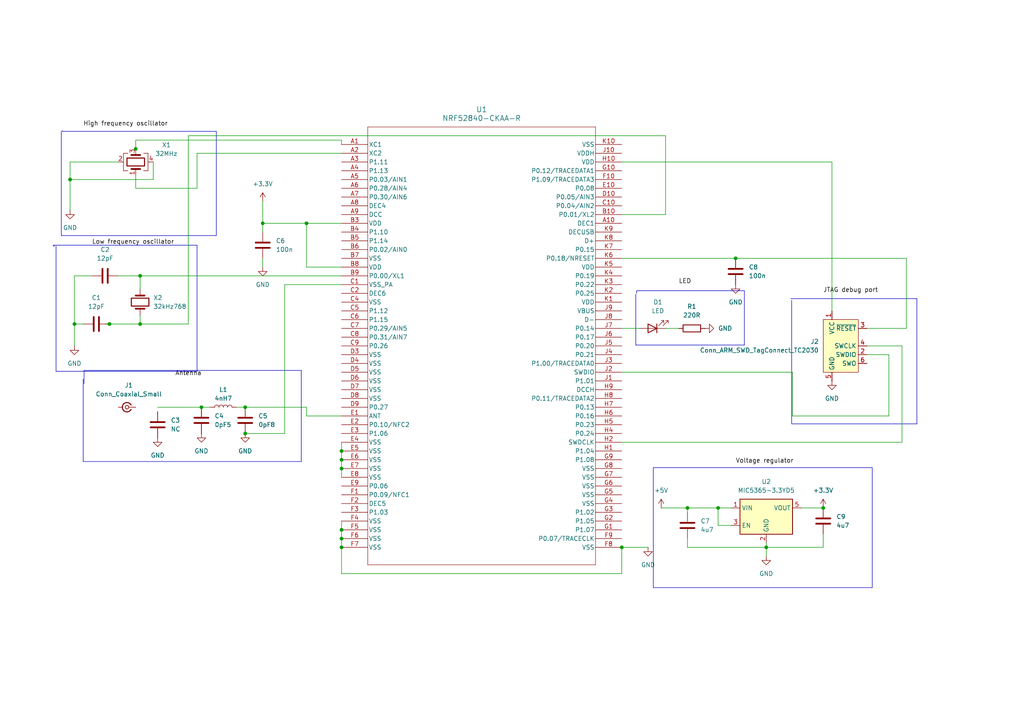
<source format=kicad_sch>
(kicad_sch (version 20231120) (generator "eeschema") (generator_version "8.0")
  (paper "A4")
  (title_block (date "2024-10-12"))
  (lib_symbols
    (symbol "Connector:Conn_ARM_SWD_TagConnect_TC2030" (in_bom no)
      (property "Reference" "J" (at 2.54 11.43 0))
      (property "Value" "Conn_ARM_SWD_TagConnect_TC2030" (at 5.08 8.89 0))
      (symbol "Conn_ARM_SWD_TagConnect_TC2030_0_0"
        (pin power_in line (at -2.54 10.16 270) (length 2.54) (name "VCC") (number "1"))
        (pin bidirectional line (at 7.62 -2.54 180) (length 2.54) (name "SWDIO") (number "2"))
        (pin open_collector line (at 7.62 5.08 180) (length 2.54) (name "~{RESET}") (number "3"))
        (pin output line (at 7.62 0 180) (length 2.54) (name "SWCLK") (number "4"))
        (pin power_in line (at -2.54 -10.16 90) (length 2.54) (name "GND") (number "5"))
        (pin input line (at 7.62 -5.08 180) (length 2.54) (name "SWO") (number "6"))
      )
      (symbol "Conn_ARM_SWD_TagConnect_TC2030_0_1"
        (rectangle (start -5.08 7.62) (end 5.08 -7.62) (fill (type background)))
      )
    )
    (symbol "Connector:Conn_Coaxial_Small" (pin_numbers hide) (pin_names (offset 1.016) hide)
      (property "Reference" "J" (at 0.254 3.048 0))
      (property "Value" "Conn_Coaxial_Small" (at 0 -3.81 0))
      (symbol "Conn_Coaxial_Small_0_1"
        (polyline (pts (xy -2.54 0) (xy -0.508 0)))
        (circle (center 0 0) (radius 0.508) (stroke (width 0.2032)))
      )
      (symbol "Conn_Coaxial_Small_1_1"
        (arc (start -1.1916 -0.6311) (mid 0.327 -1.3081) (end 1.3484 0.0039) (stroke (width 0.3048)))
        (arc (start 1.3484 -0.0039) (mid 0.327 1.3081) (end -1.1916 0.6311) (stroke (width 0.3048)))
        (pin passive line (at -2.54 0 0) (length 1.27) (name "In") (number "1"))
        (pin passive line (at 2.54 0 180) (length 1.27) (name "Ext") (number "2"))
      )
    )
    (symbol "Device:C" (pin_numbers hide) (pin_names (offset 0.254))
      (property "Reference" "C" (at 0.635 2.54 0))
      (property "Value" "C" (at 0.635 -2.54 0))
      (symbol "C_0_1"
        (polyline (pts (xy -2.032 -0.762) (xy 2.032 -0.762)) (stroke (width 0.508)))
        (polyline (pts (xy -2.032 0.762) (xy 2.032 0.762)) (stroke (width 0.508)))
      )
      (symbol "C_1_1"
        (pin passive line (at 0 3.81 270) (length 2.794) (name "~") (number "1"))
        (pin passive line (at 0 -3.81 90) (length 2.794) (name "~") (number "2"))
      )
    )
    (symbol "Device:Crystal" (pin_numbers hide) (pin_names (offset 1.016) hide)
      (property "Reference" "Y" (at 0 3.81 0))
      (property "Value" "Crystal" (at 0 -3.81 0))
      (symbol "Crystal_0_1"
        (rectangle (start -1.143 2.54) (end 1.143 -2.54) (stroke (width 0.3048)))
        (polyline (pts (xy -2.54 0) (xy -1.905 0)))
        (polyline (pts (xy -1.905 -1.27) (xy -1.905 1.27)) (stroke (width 0.508)))
        (polyline (pts (xy 1.905 -1.27) (xy 1.905 1.27)) (stroke (width 0.508)))
        (polyline (pts (xy 2.54 0) (xy 1.905 0)))
      )
      (symbol "Crystal_1_1"
        (pin passive line (at -3.81 0 0) (length 1.27) (name "1") (number "1"))
        (pin passive line (at 3.81 0 180) (length 1.27) (name "2") (number "2"))
      )
    )
    (symbol "Device:Crystal_GND24" (pin_names (offset 1.016) hide)
      (property "Reference" "Y" (at 3.175 5.08 0))
      (property "Value" "Crystal_GND24" (at 3.175 3.175 0))
      (symbol "Crystal_GND24_0_1"
        (rectangle (start -1.143 2.54) (end 1.143 -2.54) (stroke (width 0.3048)))
        (polyline (pts (xy -2.54 0) (xy -2.032 0)))
        (polyline (pts (xy -2.032 -1.27) (xy -2.032 1.27)) (stroke (width 0.508)))
        (polyline (pts (xy 0 -3.81) (xy 0 -3.556)))
        (polyline (pts (xy 0 3.556) (xy 0 3.81)))
        (polyline (pts (xy 2.032 -1.27) (xy 2.032 1.27)) (stroke (width 0.508)))
        (polyline (pts (xy 2.032 0) (xy 2.54 0)))
        (polyline (pts (xy -2.54 -2.286) (xy -2.54 -3.556) (xy 2.54 -3.556) (xy 2.54 -2.286)))
        (polyline (pts (xy -2.54 2.286) (xy -2.54 3.556) (xy 2.54 3.556) (xy 2.54 2.286)))
      )
      (symbol "Crystal_GND24_1_1"
        (pin passive line (at -3.81 0 0) (length 1.27) (name "1") (number "1"))
        (pin passive line (at 0 5.08 270) (length 1.27) (name "2") (number "2"))
        (pin passive line (at 3.81 0 180) (length 1.27) (name "3") (number "3"))
        (pin passive line (at 0 -5.08 90) (length 1.27) (name "4") (number "4"))
      )
    )
    (symbol "Device:L" (pin_numbers hide) (pin_names (offset 1.016) hide)
      (property "Reference" "L" (at -1.27 0 90))
      (property "Value" "L" (at 1.905 0 90))
      (symbol "L_0_1"
        (arc (start 0 -2.54) (mid 0.6323 -1.905) (end 0 -1.27))
        (arc (start 0 -1.27) (mid 0.6323 -0.635) (end 0 0))
        (arc (start 0 0) (mid 0.6323 0.635) (end 0 1.27))
        (arc (start 0 1.27) (mid 0.6323 1.905) (end 0 2.54))
      )
      (symbol "L_1_1"
        (pin passive line (at 0 3.81 270) (length 1.27) (name "1") (number "1"))
        (pin passive line (at 0 -3.81 90) (length 1.27) (name "2") (number "2"))
      )
    )
    (symbol "Device:LED" (pin_numbers hide) (pin_names (offset 1.016) hide)
      (property "Reference" "D" (at 0 2.54 0))
      (property "Value" "LED" (at 0 -2.54 0))
      (symbol "LED_0_1"
        (polyline (pts (xy -1.27 -1.27) (xy -1.27 1.27)) (stroke (width 0.254)))
        (polyline (pts (xy -1.27 0) (xy 1.27 0)))
        (polyline (pts (xy 1.27 -1.27) (xy 1.27 1.27) (xy -1.27 0) (xy 1.27 -1.27)) (stroke (width 0.254)))
        (polyline (pts (xy -3.048 -0.762) (xy -4.572 -2.286) (xy -3.81 -2.286) (xy -4.572 -2.286) (xy -4.572 -1.524)))
        (polyline (pts (xy -1.778 -0.762) (xy -3.302 -2.286) (xy -2.54 -2.286) (xy -3.302 -2.286) (xy -3.302 -1.524)))
      )
      (symbol "LED_1_1"
        (pin passive line (at -3.81 0 0) (length 2.54) (name "K") (number "1"))
        (pin passive line (at 3.81 0 180) (length 2.54) (name "A") (number "2"))
      )
    )
    (symbol "Device:R" (pin_numbers hide) (pin_names (offset 0))
      (property "Reference" "R" (at 2.032 0 90))
      (property "Value" "R" (at 0 0 90))
      (symbol "R_0_1"
        (rectangle (start -1.016 -2.54) (end 1.016 2.54) (stroke (width 0.254)))
      )
      (symbol "R_1_1"
        (pin passive line (at 0 3.81 270) (length 1.27) (name "~") (number "1"))
        (pin passive line (at 0 -3.81 90) (length 1.27) (name "~") (number "2"))
      )
    )
    (symbol "NRF52840-CKAA-R:NRF52840-CKAA-R" (pin_names (offset 0.254))
      (property "Reference" "U" (at 40.64 10.16 0))
      (property "Value" "NRF52840-CKAA-R" (at 40.64 7.62 0))
      (symbol "NRF52840-CKAA-R_0_1"
        (polyline (pts (xy 7.62 -121.92) (xy 73.66 -121.92)) (stroke (width 0.127)))
        (polyline (pts (xy 7.62 5.08) (xy 7.62 -121.92)) (stroke (width 0.127)))
        (polyline (pts (xy 73.66 -121.92) (xy 73.66 5.08)) (stroke (width 0.127)))
        (polyline (pts (xy 73.66 5.08) (xy 7.62 5.08)) (stroke (width 0.127)))
        (pin input line (at 0 0 0) (length 7.62) (name "XC1") (number "A1"))
        (pin power_in line (at 81.28 -22.86 180) (length 7.62) (name "DEC1") (number "A10"))
        (pin input line (at 0 -2.54 0) (length 7.62) (name "XC2") (number "A2"))
        (pin bidirectional line (at 0 -5.08 0) (length 7.62) (name "P1.11") (number "A3"))
        (pin bidirectional line (at 0 -7.62 0) (length 7.62) (name "P1.13") (number "A4"))
        (pin bidirectional line (at 0 -10.16 0) (length 7.62) (name "P0.03/AIN1") (number "A5"))
        (pin bidirectional line (at 0 -12.7 0) (length 7.62) (name "P0.28/AIN4") (number "A6"))
        (pin bidirectional line (at 0 -15.24 0) (length 7.62) (name "P0.30/AIN6") (number "A7"))
        (pin power_in line (at 0 -17.78 0) (length 7.62) (name "DEC4") (number "A8"))
        (pin power_in line (at 0 -20.32 0) (length 7.62) (name "DCC") (number "A9"))
        (pin bidirectional line (at 81.28 -20.32 180) (length 7.62) (name "P0.01/XL2") (number "B10"))
        (pin power_in line (at 0 -22.86 0) (length 7.62) (name "VDD") (number "B3"))
        (pin bidirectional line (at 0 -25.4 0) (length 7.62) (name "P1.10") (number "B4"))
        (pin bidirectional line (at 0 -27.94 0) (length 7.62) (name "P1.14") (number "B5"))
        (pin bidirectional line (at 0 -30.48 0) (length 7.62) (name "P0.02/AIN0") (number "B6"))
        (pin power_in line (at 0 -33.02 0) (length 7.62) (name "VSS") (number "B7"))
        (pin power_in line (at 0 -35.56 0) (length 7.62) (name "VDD") (number "B8"))
        (pin bidirectional line (at 0 -38.1 0) (length 7.62) (name "P0.00/XL1") (number "B9"))
        (pin power_in line (at 0 -40.64 0) (length 7.62) (name "VSS_PA") (number "C1"))
        (pin bidirectional line (at 81.28 -17.78 180) (length 7.62) (name "P0.04/AIN2") (number "C10"))
        (pin power_in line (at 0 -43.18 0) (length 7.62) (name "DEC6") (number "C2"))
        (pin power_in line (at 0 -45.72 0) (length 7.62) (name "VSS") (number "C4"))
        (pin bidirectional line (at 0 -48.26 0) (length 7.62) (name "P1.12") (number "C5"))
        (pin bidirectional line (at 0 -50.8 0) (length 7.62) (name "P1.15") (number "C6"))
        (pin bidirectional line (at 0 -53.34 0) (length 7.62) (name "P0.29/AIN5") (number "C7"))
        (pin bidirectional line (at 0 -55.88 0) (length 7.62) (name "P0.31/AIN7") (number "C8"))
        (pin bidirectional line (at 0 -58.42 0) (length 7.62) (name "P0.26") (number "C9"))
        (pin bidirectional line (at 81.28 -15.24 180) (length 7.62) (name "P0.05/AIN3") (number "D10"))
        (pin power_in line (at 0 -60.96 0) (length 7.62) (name "VSS") (number "D3"))
        (pin power_in line (at 0 -63.5 0) (length 7.62) (name "VSS") (number "D4"))
        (pin power_in line (at 0 -66.04 0) (length 7.62) (name "VSS") (number "D5"))
        (pin power_in line (at 0 -68.58 0) (length 7.62) (name "VSS") (number "D6"))
        (pin power_in line (at 0 -71.12 0) (length 7.62) (name "VSS") (number "D7"))
        (pin power_in line (at 0 -73.66 0) (length 7.62) (name "VSS") (number "D8"))
        (pin bidirectional line (at 0 -76.2 0) (length 7.62) (name "P0.27") (number "D9"))
        (pin unspecified line (at 0 -78.74 0) (length 7.62) (name "ANT") (number "E1"))
        (pin bidirectional line (at 81.28 -12.7 180) (length 7.62) (name "P0.08") (number "E10"))
        (pin bidirectional line (at 0 -81.28 0) (length 7.62) (name "P0.10/NFC2") (number "E2"))
        (pin bidirectional line (at 0 -83.82 0) (length 7.62) (name "P1.06") (number "E3"))
        (pin power_in line (at 0 -86.36 0) (length 7.62) (name "VSS") (number "E4"))
        (pin power_in line (at 0 -88.9 0) (length 7.62) (name "VSS") (number "E5"))
        (pin power_in line (at 0 -91.44 0) (length 7.62) (name "VSS") (number "E6"))
        (pin power_in line (at 0 -93.98 0) (length 7.62) (name "VSS") (number "E7"))
        (pin power_in line (at 0 -96.52 0) (length 7.62) (name "VSS") (number "E8"))
        (pin bidirectional line (at 0 -99.06 0) (length 7.62) (name "P0.06") (number "E9"))
        (pin bidirectional line (at 0 -101.6 0) (length 7.62) (name "P0.09/NFC1") (number "F1"))
        (pin bidirectional line (at 81.28 -10.16 180) (length 7.62) (name "P1.09/TRACEDATA3") (number "F10"))
        (pin power_in line (at 0 -104.14 0) (length 7.62) (name "DEC5") (number "F2"))
        (pin bidirectional line (at 0 -106.68 0) (length 7.62) (name "P1.03") (number "F3"))
        (pin power_in line (at 0 -109.22 0) (length 7.62) (name "VSS") (number "F4"))
        (pin power_in line (at 0 -111.76 0) (length 7.62) (name "VSS") (number "F5"))
        (pin power_in line (at 0 -114.3 0) (length 7.62) (name "VSS") (number "F6"))
        (pin power_in line (at 0 -116.84 0) (length 7.62) (name "VSS") (number "F7"))
        (pin power_in line (at 81.28 -116.84 180) (length 7.62) (name "VSS") (number "F8"))
        (pin bidirectional line (at 81.28 -114.3 180) (length 7.62) (name "P0.07/TRACECLK") (number "F9"))
        (pin bidirectional line (at 81.28 -111.76 180) (length 7.62) (name "P1.07") (number "G1"))
        (pin bidirectional line (at 81.28 -7.62 180) (length 7.62) (name "P0.12/TRACEDATA1") (number "G10"))
        (pin bidirectional line (at 81.28 -109.22 180) (length 7.62) (name "P1.05") (number "G2"))
        (pin bidirectional line (at 81.28 -106.68 180) (length 7.62) (name "P1.02") (number "G3"))
        (pin power_in line (at 81.28 -104.14 180) (length 7.62) (name "VSS") (number "G4"))
        (pin power_in line (at 81.28 -101.6 180) (length 7.62) (name "VSS") (number "G5"))
        (pin power_in line (at 81.28 -99.06 180) (length 7.62) (name "VSS") (number "G6"))
        (pin power_in line (at 81.28 -96.52 180) (length 7.62) (name "VSS") (number "G7"))
        (pin power_in line (at 81.28 -93.98 180) (length 7.62) (name "VSS") (number "G8"))
        (pin bidirectional line (at 81.28 -91.44 180) (length 7.62) (name "P1.08") (number "G9"))
        (pin bidirectional line (at 81.28 -88.9 180) (length 7.62) (name "P1.04") (number "H1"))
        (pin power_in line (at 81.28 -5.08 180) (length 7.62) (name "VDD") (number "H10"))
        (pin input line (at 81.28 -86.36 180) (length 7.62) (name "SWDCLK") (number "H2"))
        (pin bidirectional line (at 81.28 -83.82 180) (length 7.62) (name "P0.24") (number "H4"))
        (pin bidirectional line (at 81.28 -81.28 180) (length 7.62) (name "P0.23") (number "H5"))
        (pin bidirectional line (at 81.28 -78.74 180) (length 7.62) (name "P0.16") (number "H6"))
        (pin bidirectional line (at 81.28 -76.2 180) (length 7.62) (name "P0.13") (number "H7"))
        (pin bidirectional line (at 81.28 -73.66 180) (length 7.62) (name "P0.11/TRACEDATA2") (number "H8"))
        (pin power_in line (at 81.28 -71.12 180) (length 7.62) (name "DCCH") (number "H9"))
        (pin bidirectional line (at 81.28 -68.58 180) (length 7.62) (name "P1.01") (number "J1"))
        (pin power_in line (at 81.28 -2.54 180) (length 7.62) (name "VDDH") (number "J10"))
        (pin bidirectional line (at 81.28 -66.04 180) (length 7.62) (name "SWDIO") (number "J2"))
        (pin bidirectional line (at 81.28 -63.5 180) (length 7.62) (name "P1.00/TRACEDATA0") (number "J3"))
        (pin bidirectional line (at 81.28 -60.96 180) (length 7.62) (name "P0.21") (number "J4"))
        (pin bidirectional line (at 81.28 -58.42 180) (length 7.62) (name "P0.20") (number "J5"))
        (pin bidirectional line (at 81.28 -55.88 180) (length 7.62) (name "P0.17") (number "J6"))
        (pin bidirectional line (at 81.28 -53.34 180) (length 7.62) (name "P0.14") (number "J7"))
        (pin bidirectional line (at 81.28 -50.8 180) (length 7.62) (name "D-") (number "J8"))
        (pin power_in line (at 81.28 -48.26 180) (length 7.62) (name "VBUS") (number "J9"))
        (pin power_in line (at 81.28 -45.72 180) (length 7.62) (name "VDD") (number "K1"))
        (pin power_in line (at 81.28 0 180) (length 7.62) (name "VSS") (number "K10"))
        (pin bidirectional line (at 81.28 -43.18 180) (length 7.62) (name "P0.25") (number "K2"))
        (pin bidirectional line (at 81.28 -40.64 180) (length 7.62) (name "P0.22") (number "K3"))
        (pin bidirectional line (at 81.28 -38.1 180) (length 7.62) (name "P0.19") (number "K4"))
        (pin power_in line (at 81.28 -35.56 180) (length 7.62) (name "VDD") (number "K5"))
        (pin bidirectional line (at 81.28 -33.02 180) (length 7.62) (name "P0.18/NRESET") (number "K6"))
        (pin bidirectional line (at 81.28 -30.48 180) (length 7.62) (name "P0.15") (number "K7"))
        (pin bidirectional line (at 81.28 -27.94 180) (length 7.62) (name "D+") (number "K8"))
        (pin power_in line (at 81.28 -25.4 180) (length 7.62) (name "DECUSB") (number "K9"))
      )
    )
    (symbol "Regulator_Linear:MIC5365-3.3YD5"
      (property "Reference" "U" (at -7.62 6.35 0))
      (property "Value" "MIC5365-3.3YD5" (at 0 6.35 0))
      (symbol "MIC5365-3.3YD5_0_1"
        (rectangle (start -7.62 -5.08) (end 7.62 5.08) (stroke (width 0.254)) (fill (type background)))
      )
      (symbol "MIC5365-3.3YD5_1_1"
        (pin power_in line (at -10.16 2.54 0) (length 2.54) (name "VIN") (number "1"))
        (pin power_in line (at 0 -7.62 90) (length 2.54) (name "GND") (number "2"))
        (pin input line (at -10.16 -2.54 0) (length 2.54) (name "EN") (number "3"))
        (pin no_connect line (at 7.62 -2.54 180) (length 2.54) hide (name "NC") (number "4"))
        (pin power_out line (at 10.16 2.54 180) (length 2.54) (name "VOUT") (number "5"))
      )
    )
    (symbol "power:+3.3V" (power) (pin_numbers hide) (pin_names (offset 0) hide)
      (property "Value" "+3.3V" (at 0 3.556 0))
      (symbol "+3.3V_0_1"
        (polyline (pts (xy -0.762 1.27) (xy 0 2.54)))
        (polyline (pts (xy 0 0) (xy 0 2.54)))
        (polyline (pts (xy 0 2.54) (xy 0.762 1.27)))
      )
      (symbol "+3.3V_1_1"
        (pin power_in line (at 0 0 90) (length 0) (name "~") (number "1"))
      )
    )
    (symbol "power:+5V" (power) (pin_numbers hide) (pin_names (offset 0) hide)
      (property "Value" "+5V" (at 0 3.556 0))
      (symbol "+5V_0_1"
        (polyline (pts (xy -0.762 1.27) (xy 0 2.54)))
        (polyline (pts (xy 0 0) (xy 0 2.54)))
        (polyline (pts (xy 0 2.54) (xy 0.762 1.27)))
      )
      (symbol "+5V_1_1"
        (pin power_in line (at 0 0 90) (length 0) (name "~") (number "1"))
      )
    )
    (symbol "power:GND" (power) (pin_numbers hide) (pin_names (offset 0) hide)
      (property "Value" "GND" (at 0 -3.81 0))
      (symbol "GND_0_1"
        (polyline (pts (xy 0 0) (xy 0 -1.27) (xy 1.27 -1.27) (xy 0 -2.54) (xy -1.27 -1.27) (xy 0 -1.27)))
      )
      (symbol "GND_1_1"
        (pin power_in line (at 0 0 270) (length 0) (name "~") (number "1"))
      )
    )
  )
  (junction (at 99.06 133.35))
  (junction (at 31.75 93.98))
  (junction (at 238.76 147.32))
  (junction (at 20.32 52.07))
  (junction (at 76.2 64.77))
  (junction (at 213.36 74.93))
  (junction (at 99.06 158.75))
  (junction (at 88.9 64.77))
  (junction (at 58.42 118.11))
  (junction (at 99.06 135.89))
  (junction (at 99.06 153.67))
  (junction (at 180.34 158.75))
  (junction (at 71.12 118.11))
  (junction (at 208.28 147.32))
  (junction (at 40.64 80.01))
  (junction (at 21.59 93.98))
  (junction (at 40.64 93.98))
  (junction (at 199.39 147.32))
  (junction (at 222.25 158.75))
  (junction (at 99.06 130.81))
  (junction (at 71.12 125.73))
  (junction (at 99.06 156.21))
  (junction (at 39.37 43.18))
  (wire (pts (xy 208.28 152.4) (xy 208.28 147.32)))
  (wire (pts (xy 88.9 118.11) (xy 71.12 118.11)))
  (polyline (pts (xy 24.13 133.858) (xy 87.376 133.858)))
  (wire (pts (xy 76.2 64.77) (xy 76.2 67.31)))
  (wire (pts (xy 99.06 158.75) (xy 99.06 166.37)))
  (wire (pts (xy 262.89 95.25) (xy 251.46 95.25)))
  (polyline (pts (xy 57.15 71.12) (xy 15.494 71.12)))
  (polyline (pts (xy 189.484 170.434) (xy 252.984 170.434)))
  (wire (pts (xy 88.9 64.77) (xy 76.2 64.77)))
  (wire (pts (xy 193.04 95.25) (xy 196.85 95.25)))
  (wire (pts (xy 229.87 120.65) (xy 257.81 120.65)))
  (polyline (pts (xy 17.78 68.326) (xy 62.738 68.326)))
  (wire (pts (xy 24.13 93.98) (xy 21.59 93.98)))
  (polyline (pts (xy 189.484 139.7) (xy 189.484 170.434)))
  (wire (pts (xy 88.9 120.65) (xy 88.9 118.11)))
  (wire (pts (xy 40.64 93.98) (xy 40.64 91.44)))
  (polyline (pts (xy 18.034 37.846) (xy 18.034 38.1)))
  (polyline (pts (xy 252.984 170.434) (xy 252.984 135.636)))
  (polyline (pts (xy 87.376 107.442) (xy 24.384 107.442)))
  (wire (pts (xy 213.36 74.93) (xy 262.89 74.93)))
  (wire (pts (xy 257.81 120.65) (xy 257.81 102.87)))
  (wire (pts (xy 76.2 58.42) (xy 76.2 64.77)))
  (wire (pts (xy 58.42 118.11) (xy 60.96 118.11)))
  (wire (pts (xy 180.34 74.93) (xy 213.36 74.93)))
  (wire (pts (xy 199.39 147.32) (xy 208.28 147.32)))
  (wire (pts (xy 40.64 80.01) (xy 40.64 83.82)))
  (wire (pts (xy 99.06 156.21) (xy 99.06 158.75)))
  (polyline (pts (xy 62.738 68.326) (xy 62.738 38.1)))
  (wire (pts (xy 68.58 118.11) (xy 71.12 118.11)))
  (wire (pts (xy 99.06 133.35) (xy 99.06 135.89)))
  (wire (pts (xy 191.77 147.32) (xy 199.39 147.32)))
  (polyline (pts (xy 57.15 107.696) (xy 57.15 71.12)))
  (wire (pts (xy 76.2 74.93) (xy 76.2 77.47)))
  (wire (pts (xy 199.39 156.21) (xy 199.39 158.75)))
  (polyline (pts (xy 184.658 84.328) (xy 184.658 85.09)))
  (wire (pts (xy 20.32 46.99) (xy 34.29 46.99)))
  (wire (pts (xy 180.34 128.27) (xy 261.62 128.27)))
  (wire (pts (xy 180.34 95.25) (xy 185.42 95.25)))
  (wire (pts (xy 20.32 46.99) (xy 20.32 52.07)))
  (wire (pts (xy 193.04 62.23) (xy 193.04 39.37)))
  (polyline (pts (xy 229.616 87.122) (xy 229.616 122.936)))
  (polyline (pts (xy 16.256 71.374) (xy 16.256 107.696)))
  (wire (pts (xy 99.06 166.37) (xy 180.34 166.37)))
  (wire (pts (xy 40.64 80.01) (xy 99.06 80.01)))
  (polyline (pts (xy 17.78 38.1) (xy 17.78 68.326)))
  (wire (pts (xy 262.89 74.93) (xy 262.89 95.25)))
  (polyline (pts (xy 15.494 71.12) (xy 15.748 71.374)))
  (wire (pts (xy 180.34 158.75) (xy 187.96 158.75)))
  (wire (pts (xy 208.28 147.32) (xy 212.09 147.32)))
  (wire (pts (xy 261.62 128.27) (xy 261.62 100.33)))
  (wire (pts (xy 232.41 147.32) (xy 238.76 147.32)))
  (polyline (pts (xy 184.404 85.344) (xy 184.404 100.076)))
  (wire (pts (xy 57.15 44.45) (xy 99.06 44.45)))
  (polyline (pts (xy 62.738 38.1) (xy 18.034 38.1)))
  (wire (pts (xy 99.06 130.81) (xy 99.06 133.35)))
  (wire (pts (xy 99.06 128.27) (xy 99.06 130.81)))
  (wire (pts (xy 199.39 147.32) (xy 199.39 148.59)))
  (wire (pts (xy 99.06 153.67) (xy 99.06 156.21)))
  (wire (pts (xy 31.75 93.98) (xy 40.64 93.98)))
  (wire (pts (xy 44.45 52.07) (xy 20.32 52.07)))
  (wire (pts (xy 40.64 93.98) (xy 54.61 93.98)))
  (wire (pts (xy 88.9 77.47) (xy 88.9 64.77)))
  (wire (pts (xy 39.37 54.61) (xy 57.15 54.61)))
  (wire (pts (xy 180.34 107.95) (xy 229.87 107.95)))
  (polyline (pts (xy 16.256 107.696) (xy 57.15 107.696)))
  (polyline (pts (xy 24.384 107.442) (xy 24.384 111.252)))
  (polyline (pts (xy 215.9 100.076) (xy 215.9 84.328)))
  (polyline (pts (xy 229.362 86.614) (xy 265.938 86.614)))
  (wire (pts (xy 229.87 107.95) (xy 229.87 120.65)))
  (wire (pts (xy 222.25 161.29) (xy 222.25 158.75)))
  (wire (pts (xy 199.39 158.75) (xy 222.25 158.75)))
  (wire (pts (xy 241.3 46.99) (xy 241.3 90.17)))
  (wire (pts (xy 39.37 50.8) (xy 39.37 54.61)))
  (wire (pts (xy 21.59 80.01) (xy 21.59 93.98)))
  (wire (pts (xy 180.34 62.23) (xy 193.04 62.23)))
  (wire (pts (xy 34.29 80.01) (xy 40.64 80.01)))
  (wire (pts (xy 180.34 166.37) (xy 180.34 158.75)))
  (wire (pts (xy 82.55 82.55) (xy 82.55 125.73)))
  (wire (pts (xy 238.76 154.94) (xy 238.76 158.75)))
  (polyline (pts (xy 15.494 71.374) (xy 15.748 71.374)))
  (wire (pts (xy 21.59 93.98) (xy 21.59 100.33)))
  (polyline (pts (xy 229.616 122.936) (xy 265.938 122.936)))
  (wire (pts (xy 99.06 120.65) (xy 88.9 120.65)))
  (wire (pts (xy 99.06 40.64) (xy 99.06 41.91)))
  (wire (pts (xy 30.48 93.98) (xy 31.75 93.98)))
  (wire (pts (xy 20.32 52.07) (xy 20.32 60.96)))
  (wire (pts (xy 44.45 46.99) (xy 44.45 52.07)))
  (wire (pts (xy 99.06 82.55) (xy 82.55 82.55)))
  (wire (pts (xy 45.72 118.11) (xy 58.42 118.11)))
  (wire (pts (xy 54.61 39.37) (xy 54.61 93.98)))
  (polyline (pts (xy 215.9 84.328) (xy 184.658 84.328)))
  (polyline (pts (xy 87.376 133.858) (xy 87.376 107.442)))
  (wire (pts (xy 257.81 102.87) (xy 251.46 102.87)))
  (wire (pts (xy 238.76 158.75) (xy 222.25 158.75)))
  (wire (pts (xy 212.09 152.4) (xy 208.28 152.4)))
  (wire (pts (xy 39.37 40.64) (xy 99.06 40.64)))
  (wire (pts (xy 88.9 64.77) (xy 99.06 64.77)))
  (wire (pts (xy 39.37 40.64) (xy 39.37 43.18)))
  (polyline (pts (xy 252.984 135.636) (xy 189.484 135.636)))
  (wire (pts (xy 251.46 100.33) (xy 261.62 100.33)))
  (polyline (pts (xy 265.938 122.936) (xy 265.938 86.614)))
  (wire (pts (xy 193.04 39.37) (xy 54.61 39.37)))
  (wire (pts (xy 26.67 80.01) (xy 21.59 80.01)))
  (polyline (pts (xy 24.13 109.982) (xy 24.13 133.858)))
  (wire (pts (xy 99.06 77.47) (xy 88.9 77.47)))
  (wire (pts (xy 99.06 135.89) (xy 99.06 138.43)))
  (wire (pts (xy 57.15 54.61) (xy 57.15 44.45)))
  (wire (pts (xy 222.25 158.75) (xy 222.25 157.48)))
  (wire (pts (xy 99.06 151.13) (xy 99.06 153.67)))
  (polyline (pts (xy 184.404 100.076) (xy 215.9 100.076)))
  (polyline (pts (xy 189.484 135.636) (xy 189.484 139.7)))
  (wire (pts (xy 39.37 43.18) (xy 39.37 44.45)))
  (wire (pts (xy 180.34 46.99) (xy 241.3 46.99)))
  (wire (pts (xy 82.55 125.73) (xy 71.12 125.73)))
  (label "High frequency oscillator" (at 24.13 36.83 0))
  (label "JTAG debug port" (at 238.76 85.09 0))
  (label "LED" (at 196.85 82.55 0))
  (label "Antenna" (at 50.8 109.22 0))
  (label "Voltage regulator" (at 213.36 134.62 0))
  (label "Low frequency oscillator" (at 26.67 71.12 0))
  (symbol (lib_id "power:GND") (at 241.3 110.49 0) (unit 1)
    (property "Reference" "#PWR014" (effects (hide yes)))
    (property "Value" "GND" (at 241.3 115.57 0))
    (property "Description" "Power symbol creates a global label with name \"GND\" , ground" (effects (hide yes)))
  )
  (symbol (lib_id "power:GND") (at 71.12 125.73 0) (unit 1)
    (property "Reference" "#PWR05" (effects (hide yes)))
    (property "Value" "GND" (at 71.12 130.81 0))
    (property "Description" "Power symbol creates a global label with name \"GND\" , ground" (effects (hide yes)))
  )
  (symbol (lib_id "power:GND") (at 76.2 77.47 0) (unit 1)
    (property "Reference" "#PWR07" (effects (hide yes)))
    (property "Value" "GND" (at 76.2 82.55 0))
    (property "Description" "Power symbol creates a global label with name \"GND\" , ground" (effects (hide yes)))
  )
  (symbol (lib_id "Connector:Conn_Coaxial_Small") (at 36.83 118.11 180) (unit 1)
    (property "Reference" "J1" (at 37.3495 111.76 0))
    (property "Value" "Conn_Coaxial_Small" (at 37.3495 114.3 0))
    (property "Footprint" "Connector_Coaxial:U.FL_Hirose_U.FL-R-SMT-1_Vertical" (effects (hide yes)))
    (property "Datasheet" " ~" (effects (hide yes)))
    (property "Description" "small coaxial connector (BNC, SMA, SMB, SMC, Cinch/RCA, LEMO, ...)" (effects (hide yes)))
  )
  (symbol (lib_id "Device:C") (at 199.39 152.4 0) (unit 1)
    (property "Reference" "C7" (at 203.2 151.1299 0) (effects (justify left)))
    (property "Value" "4u7" (at 203.2 153.6699 0) (effects (justify left)))
    (property "Footprint" "Capacitor_SMD:C_0805_2012Metric" (effects (hide yes)))
    (property "Description" "Unpolarized capacitor" (effects (hide yes)))
  )
  (symbol (lib_id "NRF52840-CKAA-R:NRF52840-CKAA-R") (at 99.06 41.91 0) (unit 1)
    (property "Reference" "U1" (at 139.7 31.75 0) (effects (font (size 1.524 1.524))))
    (property "Value" "NRF52840-CKAA-R" (at 139.7 34.29 0) (effects (font (size 1.524 1.524))))
    (property "Footprint" "Package_DFN_QFN:Nordic_AQFN-73-1EP_7x7mm_P0.5mm" (effects (hide yes)))
    (property "Datasheet" "NRF52840-CKAA-R" (effects (hide yes)))
  )
  (symbol (lib_id "Device:C") (at 71.12 121.92 0) (unit 1)
    (property "Reference" "C5" (at 74.93 120.6499 0) (effects (justify left)))
    (property "Value" "0pF8" (at 74.93 123.1899 0) (effects (justify left)))
    (property "Footprint" "Capacitor_SMD:C_0402_1005Metric" (effects (hide yes)))
    (property "Description" "Unpolarized capacitor" (effects (hide yes)))
  )
  (symbol (lib_id "Device:C") (at 76.2 71.12 0) (unit 1)
    (property "Reference" "C6" (at 80.01 69.8499 0) (effects (justify left)))
    (property "Value" "100n" (at 80.01 72.3899 0) (effects (justify left)))
    (property "Footprint" "Capacitor_SMD:C_0402_1005Metric" (effects (hide yes)))
    (property "Description" "Unpolarized capacitor" (effects (hide yes)))
  )
  (symbol (lib_id "Device:C") (at 27.94 93.98 90) (unit 1)
    (property "Reference" "C1" (at 27.94 86.36 90))
    (property "Value" "12pF" (at 27.94 88.9 90))
    (property "Footprint" "Capacitor_SMD:C_0402_1005Metric" (effects (hide yes)))
    (property "Description" "Unpolarized capacitor" (effects (hide yes)))
  )
  (symbol (lib_id "Device:C") (at 30.48 80.01 90) (unit 1)
    (property "Reference" "C2" (at 30.48 72.39 90))
    (property "Value" "12pF" (at 30.48 74.93 90))
    (property "Footprint" "Capacitor_SMD:C_0402_1005Metric" (effects (hide yes)))
    (property "Description" "Unpolarized capacitor" (effects (hide yes)))
  )
  (symbol (lib_id "power:GND") (at 45.72 127 0) (unit 1)
    (property "Reference" "#PWR03" (effects (hide yes)))
    (property "Value" "GND" (at 45.72 132.08 0))
    (property "Description" "Power symbol creates a global label with name \"GND\" , ground" (effects (hide yes)))
  )
  (symbol (lib_id "Device:LED") (at 189.23 95.25 180) (unit 1)
    (property "Reference" "D1" (at 190.8175 87.63 0))
    (property "Value" "LED" (at 190.8175 90.17 0))
    (property "Footprint" "LED_SMD:LED_0201_0603Metric" (effects (hide yes)))
    (property "Description" "Light emitting diode" (effects (hide yes)))
  )
  (symbol (lib_id "Device:C") (at 58.42 121.92 0) (unit 1)
    (property "Reference" "C4" (at 62.23 120.6499 0) (effects (justify left)))
    (property "Value" "0pF5" (at 62.23 123.1899 0) (effects (justify left)))
    (property "Footprint" "Capacitor_SMD:C_0402_1005Metric" (effects (hide yes)))
    (property "Description" "Unpolarized capacitor" (effects (hide yes)))
  )
  (symbol (lib_id "Device:Crystal_GND24") (at 39.37 46.99 90) (unit 1)
    (property "Reference" "X1" (at 48.26 42.0368 90))
    (property "Value" "32MHz" (at 48.26 44.5768 90))
    (property "Footprint" "Oscillator:Oscillator_SMD_Abracon_ASCO-4Pin_1.6x1.2mm" (effects (hide yes)))
    (property "Description" "Four pin crystal, GND on pins 2 and 4" (effects (hide yes)))
  )
  (symbol (lib_id "Regulator_Linear:MIC5365-3.3YD5") (at 222.25 149.86 0) (unit 1)
    (property "Reference" "U2" (at 222.25 139.7 0))
    (property "Value" "MIC5365-3.3YD5" (at 222.25 142.24 0))
    (property "Footprint" "Package_TO_SOT_SMD:SOT-23-5" (effects (hide yes)))
    (property "Datasheet" "http://ww1.microchip.com/downloads/en/DeviceDoc/mic5365.pdf" (effects (hide yes)))
    (property "Description" "150mA Low-dropout Voltage Regulator, Vout 3.3V, Vin up to 5.5V, SOT-23-5" (effects (hide yes)))
  )
  (symbol (lib_id "power:GND") (at 213.36 82.55 0) (unit 1)
    (property "Reference" "#PWR011" (effects (hide yes)))
    (property "Value" "GND" (at 213.36 87.63 0))
    (property "Description" "Power symbol creates a global label with name \"GND\" , ground" (effects (hide yes)))
  )
  (symbol (lib_id "Device:R") (at 200.66 95.25 90) (unit 1)
    (property "Reference" "R1" (at 200.66 88.9 90))
    (property "Value" "220R" (at 200.66 91.44 90))
    (property "Footprint" "Resistor_SMD:R_0402_1005Metric" (effects (hide yes)))
    (property "Description" "Resistor" (effects (hide yes)))
  )
  (symbol (lib_id "power:GND") (at 222.25 161.29 0) (unit 1)
    (property "Reference" "#PWR012" (effects (hide yes)))
    (property "Value" "GND" (at 222.25 166.37 0))
    (property "Description" "Power symbol creates a global label with name \"GND\" , ground" (effects (hide yes)))
  )
  (symbol (lib_id "Device:L") (at 64.77 118.11 90) (unit 1)
    (property "Reference" "L1" (at 64.77 113.03 90))
    (property "Value" "4nH7" (at 64.77 115.57 90))
    (property "Footprint" "Inductor_SMD:L_0402_1005Metric" (effects (hide yes)))
    (property "Description" "Inductor" (effects (hide yes)))
  )
  (symbol (lib_id "Device:Crystal") (at 40.64 87.63 90) (unit 1)
    (property "Reference" "X2" (at 44.45 86.3599 90) (effects (justify right)))
    (property "Value" "32kHz768" (at 44.45 88.8999 90) (effects (justify right)))
    (property "Footprint" "Oscillator:Oscillator_SMD_Abracon_ASCO-4Pin_1.6x1.2mm" (effects (hide yes)))
    (property "Description" "Two pin crystal" (effects (hide yes)))
  )
  (symbol (lib_id "power:+5V") (at 191.77 147.32 0) (unit 1)
    (property "Reference" "#PWR09" (effects (hide yes)))
    (property "Value" "+5V" (at 191.77 142.24 0))
    (property "Description" "Power symbol creates a global label with name \"+5V\"" (effects (hide yes)))
  )
  (symbol (lib_id "power:GND") (at 58.42 125.73 0) (unit 1)
    (property "Reference" "#PWR04" (effects (hide yes)))
    (property "Value" "GND" (at 58.42 130.81 0))
    (property "Description" "Power symbol creates a global label with name \"GND\" , ground" (effects (hide yes)))
  )
  (symbol (lib_id "Device:C") (at 213.36 78.74 0) (unit 1)
    (property "Reference" "C8" (at 217.17 77.4699 0) (effects (justify left)))
    (property "Value" "100n" (at 217.17 80.0099 0) (effects (justify left)))
    (property "Footprint" "Capacitor_SMD:C_0402_1005Metric" (effects (hide yes)))
    (property "Description" "Unpolarized capacitor" (effects (hide yes)))
  )
  (symbol (lib_id "power:+3.3V") (at 238.76 147.32 0) (unit 1)
    (property "Reference" "#PWR013" (effects (hide yes)))
    (property "Value" "+3.3V" (at 238.76 142.24 0))
    (property "Description" "Power symbol creates a global label with name \"+3.3V\"" (effects (hide yes)))
  )
  (symbol (lib_id "power:GND") (at 204.47 95.25 90) (unit 1)
    (property "Reference" "#PWR010" (effects (hide yes)))
    (property "Value" "GND" (at 208.28 95.2499 90) (effects (justify right)))
    (property "Description" "Power symbol creates a global label with name \"GND\" , ground" (effects (hide yes)))
  )
  (symbol (lib_id "Device:C") (at 45.72 123.19 0) (unit 1)
    (property "Reference" "C3" (at 49.53 121.9199 0) (effects (justify left)))
    (property "Value" "NC" (at 49.53 124.4599 0) (effects (justify left)))
    (property "Footprint" "Capacitor_SMD:C_0402_1005Metric" (effects (hide yes)))
    (property "Description" "Unpolarized capacitor" (effects (hide yes)))
  )
  (symbol (lib_id "power:GND") (at 21.59 100.33 0) (unit 1)
    (property "Reference" "#PWR02" (effects (hide yes)))
    (property "Value" "GND" (at 21.59 105.41 0))
    (property "Description" "Power symbol creates a global label with name \"GND\" , ground" (effects (hide yes)))
  )
  (symbol (lib_id "power:GND") (at 187.96 158.75 0) (unit 1)
    (property "Reference" "#PWR08" (effects (hide yes)))
    (property "Value" "GND" (at 187.96 163.83 0))
    (property "Description" "Power symbol creates a global label with name \"GND\" , ground" (effects (hide yes)))
  )
  (symbol (lib_id "Device:C") (at 238.76 151.13 0) (unit 1)
    (property "Reference" "C9" (at 242.57 149.8599 0) (effects (justify left)))
    (property "Value" "4u7" (at 242.57 152.3999 0) (effects (justify left)))
    (property "Footprint" "Capacitor_SMD:C_0805_2012Metric" (effects (hide yes)))
    (property "Description" "Unpolarized capacitor" (effects (hide yes)))
  )
  (symbol (lib_id "Connector:Conn_ARM_SWD_TagConnect_TC2030") (at 243.84 100.33 0) (unit 1) (in_bom no)
    (property "Reference" "J2" (at 237.49 99.0599 0) (effects (justify right)))
    (property "Value" "Conn_ARM_SWD_TagConnect_TC2030" (at 237.49 101.5999 0) (effects (justify right)))
    (property "Footprint" "Connector_PinHeader_1.27mm:PinHeader_2x05_P1.27mm_Vertical_SMD" (effects (hide yes)))
    (property "Datasheet" "https://www.tag-connect.com/wp-content/uploads/bsk-pdf-manager/TC2030-CTX_1.pdf" (effects (hide yes)))
    (property "Description" "Tag-Connect ARM Cortex SWD JTAG connector, 6 pin" (effects (hide yes)))
  )
  (symbol (lib_id "power:GND") (at 20.32 60.96 0) (unit 1)
    (property "Reference" "#PWR01" (effects (hide yes)))
    (property "Value" "GND" (at 20.32 66.04 0))
    (property "Description" "Power symbol creates a global label with name \"GND\" , ground" (effects (hide yes)))
  )
  (symbol (lib_id "power:+3.3V") (at 76.2 58.42 0) (unit 1)
    (property "Reference" "#PWR06" (effects (hide yes)))
    (property "Value" "+3.3V" (at 76.2 53.34 0))
    (property "Description" "Power symbol creates a global label with name \"+3.3V\"" (effects (hide yes)))
  )
)
</source>
